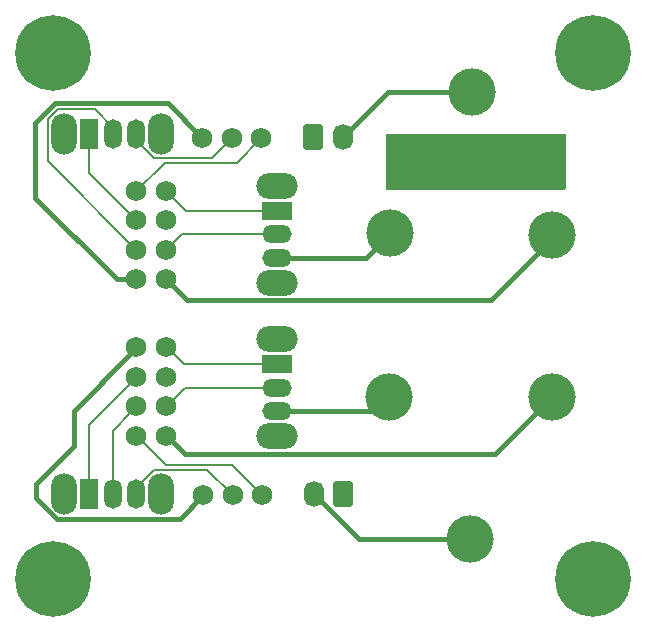
<source format=gbr>
%TF.GenerationSoftware,KiCad,Pcbnew,9.0.4*%
%TF.CreationDate,2025-09-21T22:31:07-05:00*%
%TF.ProjectId,Scrutineering,53637275-7469-46e6-9565-72696e672e6b,rev?*%
%TF.SameCoordinates,Original*%
%TF.FileFunction,Copper,L1,Top*%
%TF.FilePolarity,Positive*%
%FSLAX46Y46*%
G04 Gerber Fmt 4.6, Leading zero omitted, Abs format (unit mm)*
G04 Created by KiCad (PCBNEW 9.0.4) date 2025-09-21 22:31:07*
%MOMM*%
%LPD*%
G01*
G04 APERTURE LIST*
G04 Aperture macros list*
%AMRoundRect*
0 Rectangle with rounded corners*
0 $1 Rounding radius*
0 $2 $3 $4 $5 $6 $7 $8 $9 X,Y pos of 4 corners*
0 Add a 4 corners polygon primitive as box body*
4,1,4,$2,$3,$4,$5,$6,$7,$8,$9,$2,$3,0*
0 Add four circle primitives for the rounded corners*
1,1,$1+$1,$2,$3*
1,1,$1+$1,$4,$5*
1,1,$1+$1,$6,$7*
1,1,$1+$1,$8,$9*
0 Add four rect primitives between the rounded corners*
20,1,$1+$1,$2,$3,$4,$5,0*
20,1,$1+$1,$4,$5,$6,$7,0*
20,1,$1+$1,$6,$7,$8,$9,0*
20,1,$1+$1,$8,$9,$2,$3,0*%
G04 Aperture macros list end*
%TA.AperFunction,ComponentPad*%
%ADD10RoundRect,0.250000X-0.600000X0.850000X-0.600000X-0.850000X0.600000X-0.850000X0.600000X0.850000X0*%
%TD*%
%TA.AperFunction,ComponentPad*%
%ADD11O,1.700000X2.200000*%
%TD*%
%TA.AperFunction,ComponentPad*%
%ADD12C,4.000000*%
%TD*%
%TA.AperFunction,ComponentPad*%
%ADD13O,3.500000X2.200000*%
%TD*%
%TA.AperFunction,ComponentPad*%
%ADD14R,2.500000X1.500000*%
%TD*%
%TA.AperFunction,ComponentPad*%
%ADD15O,2.500000X1.500000*%
%TD*%
%TA.AperFunction,ComponentPad*%
%ADD16C,1.752600*%
%TD*%
%TA.AperFunction,ComponentPad*%
%ADD17RoundRect,0.250000X0.600000X-0.850000X0.600000X0.850000X-0.600000X0.850000X-0.600000X-0.850000X0*%
%TD*%
%TA.AperFunction,ComponentPad*%
%ADD18C,3.600000*%
%TD*%
%TA.AperFunction,ConnectorPad*%
%ADD19C,6.400000*%
%TD*%
%TA.AperFunction,ComponentPad*%
%ADD20O,2.200000X3.500000*%
%TD*%
%TA.AperFunction,ComponentPad*%
%ADD21R,1.500000X2.500000*%
%TD*%
%TA.AperFunction,ComponentPad*%
%ADD22O,1.500000X2.500000*%
%TD*%
%TA.AperFunction,Conductor*%
%ADD23C,0.200000*%
%TD*%
%TA.AperFunction,Conductor*%
%ADD24C,0.400000*%
%TD*%
G04 APERTURE END LIST*
D10*
%TO.P,J11,1,Pin_1*%
%TO.N,/scrut+*%
X115500000Y-93410000D03*
D11*
%TO.P,J11,2,Pin_2*%
%TO.N,/scrut-*%
X113000000Y-93410000D03*
%TD*%
D12*
%TO.P,J10,1,Pin_1*%
%TO.N,/scrut-*%
X126250000Y-97225000D03*
%TD*%
D13*
%TO.P,VOLT2,*%
%TO.N,*%
X109900000Y-80300000D03*
X109900000Y-88500000D03*
D14*
%TO.P,VOLT2,1,A*%
%TO.N,/voltTap8*%
X109900000Y-82400000D03*
D15*
%TO.P,VOLT2,2,B*%
%TO.N,/inputVolt8*%
X109900000Y-84400000D03*
%TO.P,VOLT2,3,C*%
%TO.N,/scrutVolt8*%
X109900000Y-86400000D03*
%TD*%
D16*
%TO.P,J4,1,Pin_1*%
%TO.N,/GNDA_8*%
X108666600Y-93516895D03*
%TO.P,J4,2,Pin_2*%
%TO.N,/scrutTemp8*%
X106166600Y-93516895D03*
%TO.P,J4,3,Pin_3*%
%TO.N,/VDDA_8*%
X103666600Y-93516895D03*
%TD*%
D12*
%TO.P,J5,1,Pin_1*%
%TO.N,/GND_Seg7*%
X133175000Y-71425000D03*
%TD*%
%TO.P,J8,1,Pin_1*%
%TO.N,/scrutVolt8*%
X119375000Y-85200000D03*
%TD*%
D17*
%TO.P,J12,1,Pin_1*%
%TO.N,/scrut-*%
X112975000Y-63165000D03*
D11*
%TO.P,J12,2,Pin_2*%
%TO.N,/scrut+*%
X115475000Y-63165000D03*
%TD*%
D18*
%TO.P,MH2,1,1*%
%TO.N,unconnected-(MH2-Pad1)*%
X136675000Y-100600000D03*
D19*
%TO.N,unconnected-(MH2-Pad1)_1*%
X136675000Y-100600000D03*
%TD*%
D13*
%TO.P,VOLT1,*%
%TO.N,*%
X109900000Y-67300000D03*
X109900000Y-75500000D03*
D14*
%TO.P,VOLT1,1,A*%
%TO.N,/voltTap7*%
X109900000Y-69400000D03*
D15*
%TO.P,VOLT1,2,B*%
%TO.N,/inputVolt7*%
X109900000Y-71400000D03*
%TO.P,VOLT1,3,C*%
%TO.N,/scrutVolt7*%
X109900000Y-73400000D03*
%TD*%
D16*
%TO.P,J3,1,Pin_1*%
%TO.N,/GNDA_7*%
X103583400Y-63258106D03*
%TO.P,J3,2,Pin_2*%
%TO.N,/scrutTemp7*%
X106083400Y-63258106D03*
%TO.P,J3,3,Pin_3*%
%TO.N,/VDDA_7*%
X108583400Y-63258106D03*
%TD*%
D18*
%TO.P,MH1,1,1*%
%TO.N,unconnected-(MH1-Pad1)_1*%
X136650000Y-56050000D03*
D19*
%TO.N,unconnected-(MH1-Pad1)*%
X136650000Y-56050000D03*
%TD*%
D16*
%TO.P,J1,1,Pin_1*%
%TO.N,/GND_Seg7*%
X100500000Y-75216600D03*
%TO.P,J1,2,Pin_2*%
%TO.N,/inputVolt7*%
X100500000Y-72716600D03*
%TO.P,J1,3,Pin_3*%
%TO.N,unconnected-(J1-Pin_3-Pad3)*%
X100500000Y-70216600D03*
%TO.P,J1,4,Pin_4*%
%TO.N,/voltTap7*%
X100500000Y-67716600D03*
%TO.P,J1,5,Pin_5*%
%TO.N,/GNDA_7*%
X98000000Y-75216600D03*
%TO.P,J1,6,Pin_6*%
%TO.N,/inputTemp7*%
X98000000Y-72716600D03*
%TO.P,J1,7,Pin_7*%
%TO.N,/rawTemp7*%
X98000000Y-70216600D03*
%TO.P,J1,8,Pin_8*%
%TO.N,/VDDA_7*%
X98000000Y-67716600D03*
%TD*%
D20*
%TO.P,TEMP2,*%
%TO.N,*%
X91900000Y-93375000D03*
X100100000Y-93375000D03*
D21*
%TO.P,TEMP2,1,A*%
%TO.N,/rawTemp8*%
X94000000Y-93375000D03*
D22*
%TO.P,TEMP2,2,B*%
%TO.N,/inputTemp8*%
X96000000Y-93375000D03*
%TO.P,TEMP2,3,C*%
%TO.N,/scrutTemp8*%
X98000000Y-93375000D03*
%TD*%
D18*
%TO.P,MH4,1,1*%
%TO.N,unconnected-(MH4-Pad1)*%
X90950000Y-100600000D03*
D19*
%TO.N,unconnected-(MH4-Pad1)_2*%
X90950000Y-100600000D03*
%TD*%
D12*
%TO.P,J9,1,Pin_1*%
%TO.N,/scrut+*%
X126375000Y-59325000D03*
%TD*%
D20*
%TO.P,TEMP1,*%
%TO.N,*%
X91900000Y-62875000D03*
X100100000Y-62875000D03*
D21*
%TO.P,TEMP1,1,A*%
%TO.N,/rawTemp7*%
X94000000Y-62875000D03*
D22*
%TO.P,TEMP1,2,B*%
%TO.N,/inputTemp7*%
X96000000Y-62875000D03*
%TO.P,TEMP1,3,C*%
%TO.N,/scrutTemp7*%
X98000000Y-62875000D03*
%TD*%
D16*
%TO.P,J2,1,Pin_1*%
%TO.N,/GND_Seg8*%
X100500000Y-88466600D03*
%TO.P,J2,2,Pin_2*%
%TO.N,/inputVolt8*%
X100500000Y-85966600D03*
%TO.P,J2,3,Pin_3*%
%TO.N,unconnected-(J2-Pin_3-Pad3)*%
X100500000Y-83466600D03*
%TO.P,J2,4,Pin_4*%
%TO.N,/voltTap8*%
X100500000Y-80966600D03*
%TO.P,J2,5,Pin_5*%
%TO.N,/GNDA_8*%
X98000000Y-88466600D03*
%TO.P,J2,6,Pin_6*%
%TO.N,/inputTemp8*%
X98000000Y-85966600D03*
%TO.P,J2,7,Pin_7*%
%TO.N,/rawTemp8*%
X98000000Y-83466600D03*
%TO.P,J2,8,Pin_8*%
%TO.N,/VDDA_8*%
X98000000Y-80966600D03*
%TD*%
D12*
%TO.P,J7,1,Pin_1*%
%TO.N,/scrutVolt7*%
X119475000Y-71325000D03*
%TD*%
D18*
%TO.P,MH3,1,1*%
%TO.N,unconnected-(MH3-Pad1)_1*%
X90950000Y-56025000D03*
D19*
%TO.N,unconnected-(MH3-Pad1)_2*%
X90950000Y-56025000D03*
%TD*%
D12*
%TO.P,J6,1,Pin_1*%
%TO.N,/GND_Seg8*%
X133175000Y-85200000D03*
%TD*%
D23*
%TO.N,/voltTap7*%
X109900000Y-69400000D02*
X102183400Y-69400000D01*
X102183400Y-69400000D02*
X100500000Y-67716600D01*
D24*
%TO.N,/GND_Seg7*%
X100500000Y-75216600D02*
X102284400Y-77001000D01*
X102284400Y-77001000D02*
X127999000Y-77001000D01*
X127999000Y-77001000D02*
X132950000Y-72050000D01*
D23*
%TO.N,/inputVolt7*%
X101816600Y-71400000D02*
X100500000Y-72716600D01*
X109900000Y-71400000D02*
X101816600Y-71400000D01*
%TO.N,/rawTemp7*%
X94000000Y-66216600D02*
X98000000Y-70216600D01*
X94000000Y-62875000D02*
X94000000Y-66216600D01*
D24*
%TO.N,/GNDA_7*%
X100648294Y-60323000D02*
X91112166Y-60323000D01*
X89441899Y-68287428D02*
X96371071Y-75216600D01*
X89441899Y-61993267D02*
X89441899Y-68287428D01*
X103583400Y-63258106D02*
X100648294Y-60323000D01*
X91112166Y-60323000D02*
X89441899Y-61993267D01*
X96371071Y-75216600D02*
X98000000Y-75216600D01*
D23*
%TO.N,/inputTemp7*%
X90499000Y-61644687D02*
X90499000Y-65215600D01*
X96000000Y-62375000D02*
X94449000Y-60824000D01*
X94449000Y-60824000D02*
X91319687Y-60824000D01*
X96000000Y-62875000D02*
X96000000Y-62375000D01*
X90499000Y-65215600D02*
X98000000Y-72716600D01*
X91319687Y-60824000D02*
X90499000Y-61644687D01*
%TO.N,/VDDA_7*%
X100389600Y-65327000D02*
X106514506Y-65327000D01*
X98000000Y-67716600D02*
X100389600Y-65327000D01*
X106514506Y-65327000D02*
X108583400Y-63258106D01*
D24*
%TO.N,/scrutVolt7*%
X117400000Y-73400000D02*
X119475000Y-71325000D01*
X109900000Y-73400000D02*
X117400000Y-73400000D01*
D23*
%TO.N,/scrutTemp7*%
X98000000Y-62875000D02*
X98000000Y-63406313D01*
X98000000Y-63406313D02*
X99519687Y-64926000D01*
X99519687Y-64926000D02*
X104415506Y-64926000D01*
X104415506Y-64926000D02*
X106083400Y-63258106D01*
%TO.N,/voltTap8*%
X101991498Y-82400000D02*
X109900000Y-82400000D01*
X100500000Y-80966600D02*
X100558098Y-80966600D01*
X100558098Y-80966600D02*
X101991498Y-82400000D01*
D24*
%TO.N,/GND_Seg8*%
X128374000Y-90001000D02*
X133175000Y-85200000D01*
X100500000Y-88466600D02*
X100558098Y-88466600D01*
X100558098Y-88466600D02*
X102092498Y-90001000D01*
X102092498Y-90001000D02*
X128374000Y-90001000D01*
D23*
%TO.N,/inputVolt8*%
X102124698Y-84400000D02*
X109900000Y-84400000D01*
X100500000Y-85966600D02*
X100558098Y-85966600D01*
X100558098Y-85966600D02*
X102124698Y-84400000D01*
D24*
%TO.N,/VDDA_8*%
X103666600Y-93516895D02*
X101657495Y-95526000D01*
X92700000Y-86324698D02*
X97449849Y-81574849D01*
X98000000Y-81024698D02*
X97449849Y-81574849D01*
X89499997Y-93747732D02*
X89499997Y-92525003D01*
X98000000Y-80966600D02*
X98000000Y-81024698D01*
X101657495Y-95526000D02*
X91278265Y-95526000D01*
X97449849Y-81574849D02*
X98058098Y-80966600D01*
X89499997Y-92525003D02*
X92700000Y-89325000D01*
X91278265Y-95526000D02*
X89499997Y-93747732D01*
X92700000Y-89325000D02*
X92700000Y-86324698D01*
D23*
%TO.N,/GNDA_8*%
X106072705Y-90923000D02*
X108666600Y-93516895D01*
X100514498Y-90923000D02*
X106072705Y-90923000D01*
X98058098Y-88466600D02*
X100514498Y-90923000D01*
X98000000Y-88466600D02*
X98058098Y-88466600D01*
%TO.N,/rawTemp8*%
X94000000Y-93375000D02*
X94000000Y-87524698D01*
X97649849Y-83874849D02*
X98058098Y-83466600D01*
X98000000Y-83466600D02*
X98000000Y-83524698D01*
X94000000Y-87524698D02*
X97649849Y-83874849D01*
X98000000Y-83524698D02*
X97649849Y-83874849D01*
%TO.N,/inputTemp8*%
X97574849Y-86449849D02*
X96000000Y-88024698D01*
X98058098Y-85966600D02*
X97574849Y-86449849D01*
X96000000Y-88024698D02*
X96000000Y-93375000D01*
X98000000Y-86024698D02*
X97574849Y-86449849D01*
X98000000Y-85966600D02*
X98000000Y-86024698D01*
D24*
%TO.N,/scrutVolt8*%
X118175000Y-86400000D02*
X119375000Y-85200000D01*
X109900000Y-86400000D02*
X118175000Y-86400000D01*
D23*
%TO.N,/scrutTemp8*%
X98000000Y-93375000D02*
X98000000Y-92843687D01*
X99519687Y-91324000D02*
X103973705Y-91324000D01*
X103973705Y-91324000D02*
X106166600Y-93516895D01*
X98000000Y-92843687D02*
X99519687Y-91324000D01*
D24*
%TO.N,/scrut-*%
X113000000Y-93410000D02*
X116815000Y-97225000D01*
X116815000Y-97225000D02*
X126250000Y-97225000D01*
%TO.N,/scrut+*%
X119315000Y-59325000D02*
X115475000Y-63165000D01*
X126375000Y-59325000D02*
X119315000Y-59325000D01*
%TD*%
%TA.AperFunction,NonConductor*%
G36*
X134287884Y-62894295D02*
G01*
X134333639Y-62947099D01*
X134344845Y-62998610D01*
X134344845Y-67500610D01*
X134325160Y-67567649D01*
X134272356Y-67613404D01*
X134220845Y-67624610D01*
X119218845Y-67624610D01*
X119151806Y-67604925D01*
X119106051Y-67552121D01*
X119094845Y-67500610D01*
X119094845Y-62998610D01*
X119114530Y-62931571D01*
X119167334Y-62885816D01*
X119218845Y-62874610D01*
X134220845Y-62874610D01*
X134287884Y-62894295D01*
G37*
%TD.AperFunction*%
M02*

</source>
